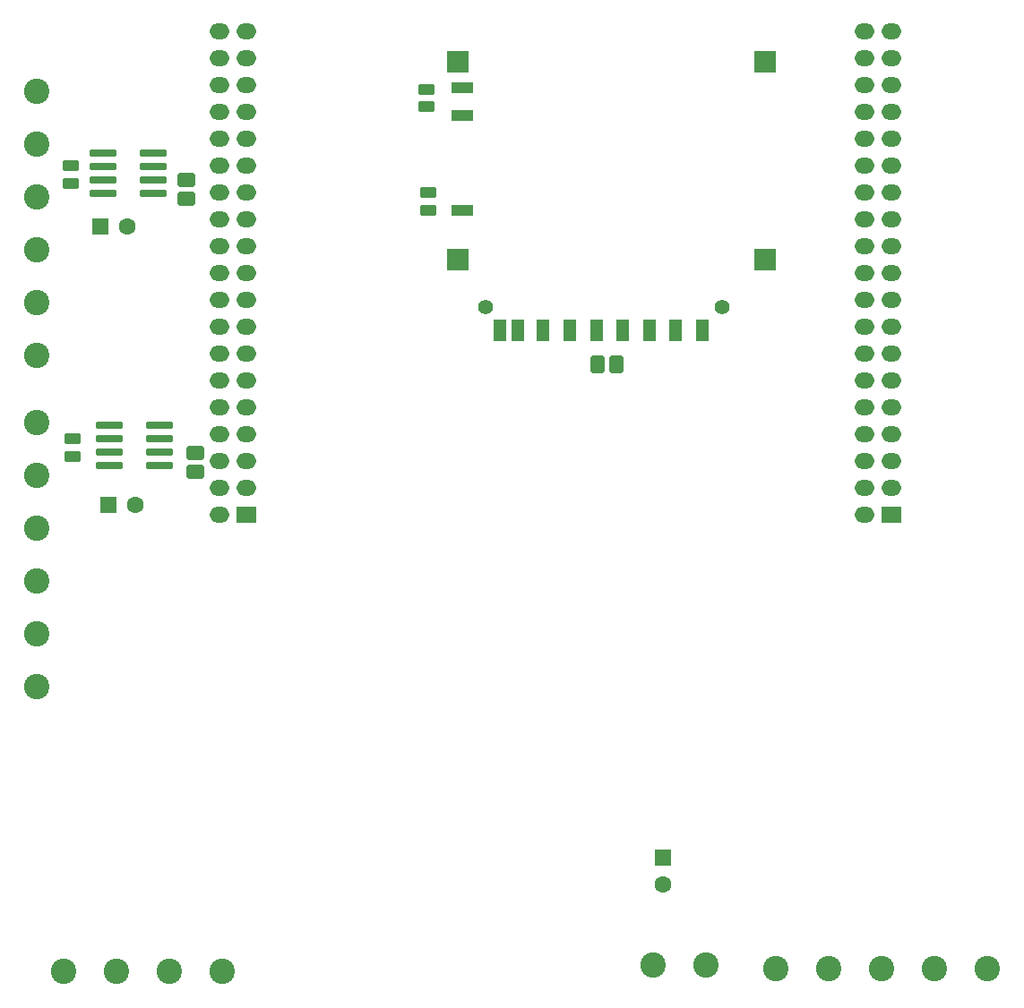
<source format=gbs>
G04*
G04 #@! TF.GenerationSoftware,Altium Limited,Altium Designer,21.2.1 (34)*
G04*
G04 Layer_Color=16711935*
%FSLAX25Y25*%
%MOIN*%
G70*
G04*
G04 #@! TF.SameCoordinates,FC6629E9-78AA-4B47-8282-D4641D11E1DD*
G04*
G04*
G04 #@! TF.FilePolarity,Negative*
G04*
G01*
G75*
G04:AMPARAMS|DCode=30|XSize=53.21mil|YSize=66.99mil|CornerRadius=6.92mil|HoleSize=0mil|Usage=FLASHONLY|Rotation=270.000|XOffset=0mil|YOffset=0mil|HoleType=Round|Shape=RoundedRectangle|*
%AMROUNDEDRECTD30*
21,1,0.05321,0.05315,0,0,270.0*
21,1,0.03937,0.06699,0,0,270.0*
1,1,0.01384,-0.02657,-0.01968*
1,1,0.01384,-0.02657,0.01968*
1,1,0.01384,0.02657,0.01968*
1,1,0.01384,0.02657,-0.01968*
%
%ADD30ROUNDEDRECTD30*%
G04:AMPARAMS|DCode=34|XSize=59.12mil|YSize=39.43mil|CornerRadius=4.66mil|HoleSize=0mil|Usage=FLASHONLY|Rotation=180.000|XOffset=0mil|YOffset=0mil|HoleType=Round|Shape=RoundedRectangle|*
%AMROUNDEDRECTD34*
21,1,0.05912,0.03012,0,0,180.0*
21,1,0.04980,0.03943,0,0,180.0*
1,1,0.00932,-0.02490,0.01506*
1,1,0.00932,0.02490,0.01506*
1,1,0.00932,0.02490,-0.01506*
1,1,0.00932,-0.02490,-0.01506*
%
%ADD34ROUNDEDRECTD34*%
G04:AMPARAMS|DCode=38|XSize=53.21mil|YSize=66.99mil|CornerRadius=6.92mil|HoleSize=0mil|Usage=FLASHONLY|Rotation=0.000|XOffset=0mil|YOffset=0mil|HoleType=Round|Shape=RoundedRectangle|*
%AMROUNDEDRECTD38*
21,1,0.05321,0.05315,0,0,0.0*
21,1,0.03937,0.06699,0,0,0.0*
1,1,0.01384,0.01968,-0.02657*
1,1,0.01384,-0.01968,-0.02657*
1,1,0.01384,-0.01968,0.02657*
1,1,0.01384,0.01968,0.02657*
%
%ADD38ROUNDEDRECTD38*%
%ADD40R,0.07400X0.05900*%
%ADD41O,0.07400X0.05900*%
%ADD42C,0.05518*%
%ADD43C,0.06306*%
%ADD44R,0.06306X0.06306*%
%ADD45C,0.09455*%
%ADD46R,0.06306X0.06306*%
%ADD60R,0.08274X0.08274*%
%ADD61R,0.08274X0.04337*%
%ADD62R,0.04731X0.08274*%
G04:AMPARAMS|DCode=63|XSize=28.61mil|YSize=97.5mil|CornerRadius=4.46mil|HoleSize=0mil|Usage=FLASHONLY|Rotation=90.000|XOffset=0mil|YOffset=0mil|HoleType=Round|Shape=RoundedRectangle|*
%AMROUNDEDRECTD63*
21,1,0.02861,0.08858,0,0,90.0*
21,1,0.01968,0.09750,0,0,90.0*
1,1,0.00892,0.04429,0.00984*
1,1,0.00892,0.04429,-0.00984*
1,1,0.00892,-0.04429,-0.00984*
1,1,0.00892,-0.04429,0.00984*
%
%ADD63ROUNDEDRECTD63*%
D30*
X215700Y683200D02*
D03*
Y676153D02*
D03*
X212500Y784800D02*
D03*
Y777753D02*
D03*
D34*
X170100Y688400D02*
D03*
Y681904D02*
D03*
X169500Y783504D02*
D03*
Y790000D02*
D03*
X302500Y773504D02*
D03*
Y780000D02*
D03*
X302000Y812000D02*
D03*
Y818496D02*
D03*
D38*
X365453Y716000D02*
D03*
X372500D02*
D03*
D40*
X475000Y660000D02*
D03*
X235000D02*
D03*
D41*
X465000D02*
D03*
X475000Y670000D02*
D03*
X465000D02*
D03*
X475000Y680000D02*
D03*
X465000D02*
D03*
X475000Y690000D02*
D03*
X465000D02*
D03*
X475000Y700000D02*
D03*
X465000D02*
D03*
X475000Y710000D02*
D03*
X465000D02*
D03*
X475000Y720000D02*
D03*
X465000D02*
D03*
X475000Y730000D02*
D03*
X465000D02*
D03*
X475000Y740000D02*
D03*
X465000D02*
D03*
X475000Y750000D02*
D03*
X465000D02*
D03*
X475000Y760000D02*
D03*
X465000D02*
D03*
X475000Y770000D02*
D03*
X465000D02*
D03*
X475000Y780000D02*
D03*
X465000D02*
D03*
X475000Y790000D02*
D03*
X465000D02*
D03*
X475000Y800000D02*
D03*
X465000D02*
D03*
X475000Y810000D02*
D03*
X465000D02*
D03*
X475000Y820000D02*
D03*
X465000D02*
D03*
X475000Y830000D02*
D03*
X465000D02*
D03*
X475000Y840000D02*
D03*
X465000D02*
D03*
X225000Y660000D02*
D03*
X235000Y670000D02*
D03*
X225000D02*
D03*
X235000Y680000D02*
D03*
X225000D02*
D03*
X235000Y690000D02*
D03*
X225000D02*
D03*
X235000Y700000D02*
D03*
X225000D02*
D03*
X235000Y710000D02*
D03*
X225000D02*
D03*
X235000Y720000D02*
D03*
X225000D02*
D03*
X235000Y730000D02*
D03*
X225000D02*
D03*
X235000Y740000D02*
D03*
X225000D02*
D03*
X235000Y750000D02*
D03*
X225000D02*
D03*
X235000Y760000D02*
D03*
X225000D02*
D03*
X235000Y770000D02*
D03*
X225000D02*
D03*
X235000Y780000D02*
D03*
X225000D02*
D03*
X235000Y790000D02*
D03*
X225000D02*
D03*
X235000Y800000D02*
D03*
X225000D02*
D03*
X235000Y810000D02*
D03*
X225000D02*
D03*
X235000Y820000D02*
D03*
X225000D02*
D03*
X235000Y830000D02*
D03*
X225000D02*
D03*
X235000Y840000D02*
D03*
X225000D02*
D03*
D42*
X411988Y737303D02*
D03*
X323799D02*
D03*
D43*
X193400Y663900D02*
D03*
X190600Y767300D02*
D03*
X390000Y522500D02*
D03*
D44*
X183400Y663900D02*
D03*
X180600Y767300D02*
D03*
D45*
X157000Y674685D02*
D03*
Y694370D02*
D03*
Y615630D02*
D03*
Y595945D02*
D03*
Y635315D02*
D03*
Y655000D02*
D03*
Y778500D02*
D03*
Y758815D02*
D03*
Y719445D02*
D03*
Y739130D02*
D03*
Y817870D02*
D03*
Y798185D02*
D03*
X166815Y490100D02*
D03*
X186500D02*
D03*
X225870D02*
D03*
X206185D02*
D03*
X431709Y491000D02*
D03*
X451394D02*
D03*
X471079D02*
D03*
X510449D02*
D03*
X490764D02*
D03*
X405785Y492400D02*
D03*
X386100D02*
D03*
D46*
X390000Y532500D02*
D03*
D60*
X427736Y828642D02*
D03*
X313563D02*
D03*
X427736Y755217D02*
D03*
X313563D02*
D03*
D61*
X315138Y818996D02*
D03*
Y808760D02*
D03*
Y773524D02*
D03*
D62*
X404410Y728642D02*
D03*
X329114D02*
D03*
X335807D02*
D03*
X345354D02*
D03*
X355197D02*
D03*
X365039D02*
D03*
X374882D02*
D03*
X384724D02*
D03*
X394567D02*
D03*
D63*
X183751Y678400D02*
D03*
Y683400D02*
D03*
Y688400D02*
D03*
Y693400D02*
D03*
X202649Y678400D02*
D03*
Y683400D02*
D03*
Y688400D02*
D03*
Y693400D02*
D03*
X200349Y794900D02*
D03*
Y789900D02*
D03*
Y784900D02*
D03*
Y779900D02*
D03*
X181451Y794900D02*
D03*
Y789900D02*
D03*
Y784900D02*
D03*
Y779900D02*
D03*
M02*

</source>
